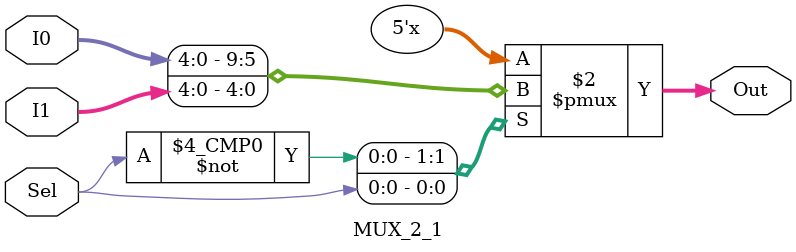
<source format=v>
module MUX_2_1(I0, I1, Sel, Out);
   parameter size = 5;
   input [size-1:0] I0,I1;
   input       Sel;
   output reg [size-1:0] Out;

   always @(*) begin
      case (Sel)
        1'b0: Out = I0;
        1'b1: Out = I1;
        default Out = 0;
      endcase // case (Sel)
   end
endmodule // MUX_2_1

</source>
